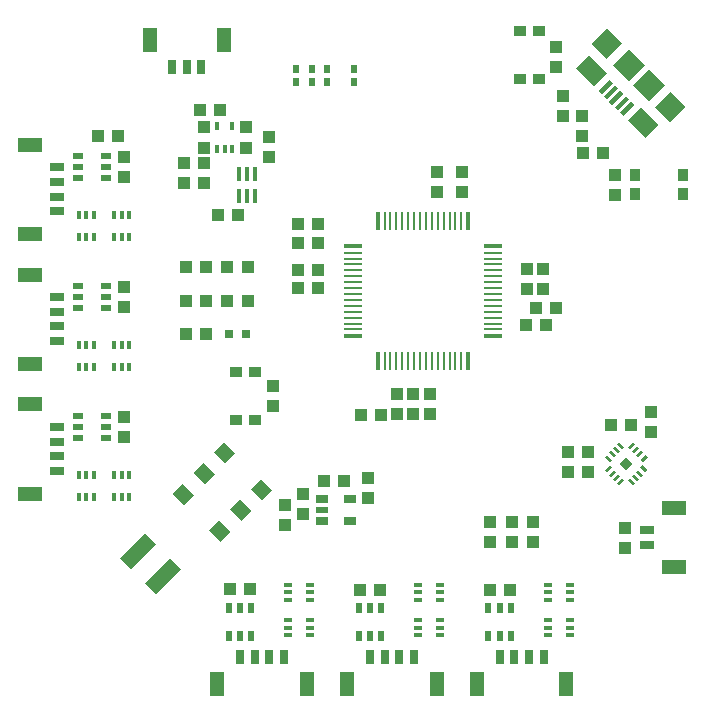
<source format=gtp>
G75*
%MOIN*%
%OFA0B0*%
%FSLAX24Y24*%
%IPPOS*%
%LPD*%
%AMOC8*
5,1,8,0,0,1.08239X$1,22.5*
%
%ADD10R,0.0110X0.0591*%
%ADD11R,0.0591X0.0110*%
%ADD12R,0.0157X0.0591*%
%ADD13R,0.0591X0.0157*%
%ADD14R,0.0394X0.0394*%
%ADD15R,0.0157X0.0531*%
%ADD16R,0.0827X0.0630*%
%ADD17R,0.0709X0.0748*%
%ADD18R,0.0748X0.0748*%
%ADD19R,0.0394X0.0354*%
%ADD20R,0.0354X0.0394*%
%ADD21R,0.0394X0.0315*%
%ADD22R,0.0394X0.0236*%
%ADD23R,0.0500X0.1181*%
%ADD24R,0.0315X0.0315*%
%ADD25R,0.0236X0.0315*%
%ADD26R,0.0472X0.0315*%
%ADD27R,0.0846X0.0512*%
%ADD28R,0.0315X0.0472*%
%ADD29R,0.0512X0.0846*%
%ADD30R,0.0354X0.0217*%
%ADD31R,0.0165X0.0303*%
%ADD32R,0.0303X0.0165*%
%ADD33R,0.0217X0.0354*%
%ADD34R,0.0140X0.0500*%
%ADD35R,0.0098X0.0236*%
%ADD36R,0.0315X0.0315*%
%ADD37R,0.0472X0.0551*%
D10*
X013013Y011970D03*
X013210Y011970D03*
X013407Y011970D03*
X013604Y011970D03*
X013801Y011970D03*
X013998Y011970D03*
X014194Y011970D03*
X014391Y011970D03*
X014588Y011970D03*
X014785Y011970D03*
X014982Y011970D03*
X015179Y011970D03*
X015376Y011970D03*
X015572Y011970D03*
X015572Y016616D03*
X015376Y016616D03*
X015179Y016616D03*
X014982Y016616D03*
X014785Y016616D03*
X014588Y016616D03*
X014391Y016616D03*
X014194Y016616D03*
X013998Y016616D03*
X013801Y016616D03*
X013604Y016616D03*
X013407Y016616D03*
X013210Y016616D03*
X013013Y016616D03*
D11*
X011970Y015572D03*
X011970Y015376D03*
X011970Y015179D03*
X011970Y014982D03*
X011970Y014785D03*
X011970Y014588D03*
X011970Y014391D03*
X011970Y014194D03*
X011970Y013998D03*
X011970Y013801D03*
X011970Y013604D03*
X011970Y013407D03*
X011970Y013210D03*
X011970Y013013D03*
X016616Y013013D03*
X016616Y013210D03*
X016616Y013407D03*
X016616Y013604D03*
X016616Y013801D03*
X016616Y013998D03*
X016616Y014194D03*
X016616Y014391D03*
X016616Y014588D03*
X016616Y014785D03*
X016616Y014982D03*
X016616Y015179D03*
X016616Y015376D03*
X016616Y015572D03*
D12*
X015793Y016616D03*
X012793Y016616D03*
X012793Y011970D03*
X015793Y011970D03*
D13*
X016616Y012793D03*
X016616Y015793D03*
X011970Y015793D03*
X011970Y012793D03*
D14*
X010809Y014411D03*
X010809Y015002D03*
X010139Y015002D03*
X010139Y014411D03*
X010139Y015907D03*
X010139Y016537D03*
X010809Y016537D03*
X010809Y015907D03*
X008446Y015080D03*
X007777Y015080D03*
X007069Y015080D03*
X006399Y015080D03*
X006399Y013978D03*
X007069Y013978D03*
X007777Y013978D03*
X008446Y013978D03*
X007069Y012876D03*
X006399Y012876D03*
X004332Y013761D03*
X004332Y014431D03*
X007462Y016813D03*
X008131Y016813D03*
X007009Y017895D03*
X006340Y017895D03*
X006340Y018565D03*
X007009Y018565D03*
X007009Y019076D03*
X007009Y019746D03*
X006872Y020317D03*
X007541Y020317D03*
X008387Y019746D03*
X008387Y019076D03*
X009175Y018761D03*
X009175Y019431D03*
X004332Y018761D03*
X004332Y018092D03*
X004116Y019450D03*
X003446Y019450D03*
X009293Y011124D03*
X009293Y010454D03*
X010998Y007954D03*
X011667Y007954D03*
X012454Y008072D03*
X012454Y007403D03*
X010285Y007533D03*
X010285Y006864D03*
X009679Y007171D03*
X009679Y006502D03*
X008525Y004372D03*
X007856Y004372D03*
X012187Y004332D03*
X012856Y004332D03*
X016517Y004332D03*
X017187Y004332D03*
X017246Y005927D03*
X017246Y006596D03*
X017954Y006596D03*
X017954Y005927D03*
X016537Y005927D03*
X016537Y006596D03*
X019116Y008269D03*
X019785Y008269D03*
X019785Y008939D03*
X019116Y008939D03*
X020572Y009844D03*
X021242Y009844D03*
X021891Y009588D03*
X021891Y010257D03*
X018407Y013151D03*
X018722Y013742D03*
X018053Y013742D03*
X017738Y013151D03*
X017757Y014352D03*
X018309Y014352D03*
X018309Y015021D03*
X017757Y015021D03*
X015592Y017580D03*
X015592Y018250D03*
X014765Y018250D03*
X014765Y017580D03*
X018978Y020139D03*
X019608Y020139D03*
X019608Y019470D03*
X019628Y018899D03*
X020297Y018899D03*
X020710Y018171D03*
X020710Y017502D03*
X018978Y020809D03*
X018742Y021754D03*
X018742Y022423D03*
X014529Y010848D03*
X013978Y010848D03*
X013427Y010848D03*
X013427Y010179D03*
X012891Y010167D03*
X012222Y010167D03*
X013978Y010179D03*
X014529Y010179D03*
X021025Y006399D03*
X021025Y005730D03*
X004332Y009431D03*
X004332Y010100D03*
D15*
G36*
X020511Y021345D02*
X020621Y021235D01*
X020247Y020861D01*
X020137Y020971D01*
X020511Y021345D01*
G37*
G36*
X020692Y021164D02*
X020802Y021054D01*
X020428Y020680D01*
X020318Y020790D01*
X020692Y021164D01*
G37*
G36*
X020873Y020983D02*
X020983Y020873D01*
X020609Y020499D01*
X020499Y020609D01*
X020873Y020983D01*
G37*
G36*
X021054Y020802D02*
X021164Y020692D01*
X020790Y020318D01*
X020680Y020428D01*
X021054Y020802D01*
G37*
G36*
X021235Y020621D02*
X021345Y020511D01*
X020971Y020137D01*
X020861Y020247D01*
X021235Y020621D01*
G37*
D16*
G36*
X021569Y020426D02*
X022152Y019843D01*
X021707Y019398D01*
X021124Y019981D01*
X021569Y020426D01*
G37*
G36*
X019843Y022152D02*
X020426Y021569D01*
X019981Y021124D01*
X019398Y021707D01*
X019843Y022152D01*
G37*
D17*
G36*
X020441Y023057D02*
X020941Y022557D01*
X020413Y022029D01*
X019913Y022529D01*
X020441Y023057D01*
G37*
G36*
X022557Y020941D02*
X023057Y020441D01*
X022529Y019913D01*
X022029Y020413D01*
X022557Y020941D01*
G37*
D18*
G36*
X021819Y021679D02*
X022347Y021151D01*
X021819Y020623D01*
X021291Y021151D01*
X021819Y021679D01*
G37*
G36*
X021151Y022347D02*
X021679Y021819D01*
X021151Y021291D01*
X020623Y021819D01*
X021151Y022347D01*
G37*
D19*
X018151Y022974D03*
X017521Y022974D03*
X017521Y021360D03*
X018151Y021360D03*
X008702Y011596D03*
X008072Y011596D03*
X008072Y009982D03*
X008702Y009982D03*
D20*
X021360Y017521D03*
X021360Y018151D03*
X022974Y018151D03*
X022974Y017521D03*
D21*
X011876Y007376D03*
X011876Y006628D03*
X010931Y006628D03*
X010931Y007376D03*
D22*
X010931Y007002D03*
D23*
G36*
X005391Y004203D02*
X005038Y004556D01*
X005871Y005389D01*
X006224Y005036D01*
X005391Y004203D01*
G37*
G36*
X004556Y005038D02*
X004203Y005391D01*
X005036Y006224D01*
X005389Y005871D01*
X004556Y005038D01*
G37*
D24*
X007817Y012876D03*
X008407Y012876D03*
D25*
X010057Y021265D03*
X010057Y021698D03*
X010584Y021698D03*
X010584Y021265D03*
X011112Y021265D03*
X011112Y021698D03*
X011994Y021698D03*
X011994Y021265D03*
D26*
X002088Y018427D03*
X002088Y017935D03*
X002088Y017443D03*
X002088Y016950D03*
X002088Y014096D03*
X002088Y013604D03*
X002088Y013112D03*
X002088Y012620D03*
X002088Y009765D03*
X002088Y009273D03*
X002088Y008781D03*
X002088Y008289D03*
X021773Y006320D03*
X021773Y005828D03*
D27*
X022677Y005080D03*
X022677Y007069D03*
X001185Y007541D03*
X001185Y010513D03*
X001185Y011872D03*
X001185Y014844D03*
X001185Y016202D03*
X001185Y019175D03*
D28*
X005927Y021773D03*
X006419Y021773D03*
X006911Y021773D03*
X008191Y002088D03*
X008683Y002088D03*
X009175Y002088D03*
X009667Y002088D03*
X012521Y002088D03*
X013013Y002088D03*
X013506Y002088D03*
X013998Y002088D03*
X016852Y002088D03*
X017344Y002088D03*
X017836Y002088D03*
X018328Y002088D03*
D29*
X019076Y001185D03*
X016104Y001185D03*
X014746Y001185D03*
X011773Y001185D03*
X010415Y001185D03*
X007443Y001185D03*
X007659Y022677D03*
X005179Y022677D03*
D30*
X003742Y018801D03*
X003742Y018427D03*
X003742Y018053D03*
X002797Y018053D03*
X002797Y018427D03*
X002797Y018801D03*
X002797Y014470D03*
X002797Y014096D03*
X002797Y013722D03*
X003742Y013722D03*
X003742Y014096D03*
X003742Y014470D03*
X003742Y010139D03*
X003742Y009765D03*
X003742Y009391D03*
X002797Y009391D03*
X002797Y009765D03*
X002797Y010139D03*
D31*
X002817Y011754D03*
X003072Y011754D03*
X003328Y011754D03*
X003998Y011754D03*
X004254Y011754D03*
X004509Y011754D03*
X004509Y012502D03*
X004254Y012502D03*
X003998Y012502D03*
X003328Y012502D03*
X003072Y012502D03*
X002817Y012502D03*
X002817Y016084D03*
X003072Y016084D03*
X003328Y016084D03*
X003998Y016084D03*
X004254Y016084D03*
X004509Y016084D03*
X004509Y016832D03*
X004254Y016832D03*
X003998Y016832D03*
X003328Y016832D03*
X003072Y016832D03*
X002817Y016832D03*
X007423Y019037D03*
X007679Y019037D03*
X007935Y019037D03*
X007935Y019785D03*
X007423Y019785D03*
X004509Y008171D03*
X004254Y008171D03*
X003998Y008171D03*
X003328Y008171D03*
X003072Y008171D03*
X002817Y008171D03*
X002817Y007423D03*
X003072Y007423D03*
X003328Y007423D03*
X003998Y007423D03*
X004254Y007423D03*
X004509Y007423D03*
D32*
X009785Y004509D03*
X009785Y004254D03*
X009785Y003998D03*
X009785Y003328D03*
X009785Y003072D03*
X009785Y002817D03*
X010533Y002817D03*
X010533Y003072D03*
X010533Y003328D03*
X010533Y003998D03*
X010533Y004254D03*
X010533Y004509D03*
X014116Y004509D03*
X014116Y004254D03*
X014116Y003998D03*
X014116Y003328D03*
X014116Y003072D03*
X014116Y002817D03*
X014864Y002817D03*
X014864Y003072D03*
X014864Y003328D03*
X014864Y003998D03*
X014864Y004254D03*
X014864Y004509D03*
X018446Y004509D03*
X018446Y004254D03*
X018446Y003998D03*
X018446Y003328D03*
X018446Y003072D03*
X018446Y002817D03*
X019194Y002817D03*
X019194Y003072D03*
X019194Y003328D03*
X019194Y003998D03*
X019194Y004254D03*
X019194Y004509D03*
D33*
X017226Y003742D03*
X016852Y003742D03*
X016478Y003742D03*
X016478Y002797D03*
X016852Y002797D03*
X017226Y002797D03*
X012895Y002797D03*
X012521Y002797D03*
X012147Y002797D03*
X012147Y003742D03*
X012521Y003742D03*
X012895Y003742D03*
X008565Y003742D03*
X008191Y003742D03*
X007817Y003742D03*
X007817Y002797D03*
X008191Y002797D03*
X008565Y002797D03*
D34*
X008687Y017476D03*
X008427Y017476D03*
X008167Y017476D03*
X008167Y018196D03*
X008427Y018196D03*
X008687Y018196D03*
D35*
G36*
X020584Y008678D02*
X020514Y008608D01*
X020348Y008774D01*
X020418Y008844D01*
X020584Y008678D01*
G37*
G36*
X020723Y008817D02*
X020653Y008747D01*
X020487Y008913D01*
X020557Y008983D01*
X020723Y008817D01*
G37*
G36*
X020862Y008956D02*
X020792Y008886D01*
X020626Y009052D01*
X020696Y009122D01*
X020862Y008956D01*
G37*
G36*
X021002Y009095D02*
X020932Y009025D01*
X020766Y009191D01*
X020836Y009261D01*
X021002Y009095D01*
G37*
G36*
X021198Y009025D02*
X021128Y009095D01*
X021294Y009261D01*
X021364Y009191D01*
X021198Y009025D01*
G37*
G36*
X021337Y008886D02*
X021267Y008956D01*
X021433Y009122D01*
X021503Y009052D01*
X021337Y008886D01*
G37*
G36*
X021476Y008747D02*
X021406Y008817D01*
X021572Y008983D01*
X021642Y008913D01*
X021476Y008747D01*
G37*
G36*
X021615Y008608D02*
X021545Y008678D01*
X021711Y008844D01*
X021781Y008774D01*
X021615Y008608D01*
G37*
G36*
X021781Y008316D02*
X021711Y008246D01*
X021545Y008412D01*
X021615Y008482D01*
X021781Y008316D01*
G37*
G36*
X021642Y008177D02*
X021572Y008107D01*
X021406Y008273D01*
X021476Y008343D01*
X021642Y008177D01*
G37*
G36*
X021503Y008038D02*
X021433Y007968D01*
X021267Y008134D01*
X021337Y008204D01*
X021503Y008038D01*
G37*
G36*
X021364Y007898D02*
X021294Y007828D01*
X021128Y007994D01*
X021198Y008064D01*
X021364Y007898D01*
G37*
G36*
X020836Y007828D02*
X020766Y007898D01*
X020932Y008064D01*
X021002Y007994D01*
X020836Y007828D01*
G37*
G36*
X020696Y007968D02*
X020626Y008038D01*
X020792Y008204D01*
X020862Y008134D01*
X020696Y007968D01*
G37*
G36*
X020557Y008107D02*
X020487Y008177D01*
X020653Y008343D01*
X020723Y008273D01*
X020557Y008107D01*
G37*
G36*
X020418Y008246D02*
X020348Y008316D01*
X020514Y008482D01*
X020584Y008412D01*
X020418Y008246D01*
G37*
D36*
G36*
X021065Y008323D02*
X020843Y008545D01*
X021065Y008767D01*
X021287Y008545D01*
X021065Y008323D01*
G37*
D37*
G36*
X009269Y007657D02*
X008935Y007323D01*
X008547Y007711D01*
X008881Y008045D01*
X009269Y007657D01*
G37*
G36*
X008573Y006961D02*
X008239Y006627D01*
X007851Y007015D01*
X008185Y007349D01*
X008573Y006961D01*
G37*
G36*
X007877Y006265D02*
X007543Y005931D01*
X007155Y006319D01*
X007489Y006653D01*
X007877Y006265D01*
G37*
G36*
X006653Y007489D02*
X006319Y007155D01*
X005931Y007543D01*
X006265Y007877D01*
X006653Y007489D01*
G37*
G36*
X007349Y008185D02*
X007015Y007851D01*
X006627Y008239D01*
X006961Y008573D01*
X007349Y008185D01*
G37*
G36*
X008045Y008881D02*
X007711Y008547D01*
X007323Y008935D01*
X007657Y009269D01*
X008045Y008881D01*
G37*
M02*

</source>
